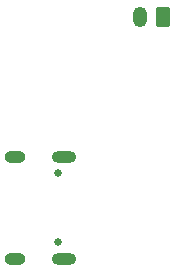
<source format=gbs>
G04 #@! TF.GenerationSoftware,KiCad,Pcbnew,8.0.4*
G04 #@! TF.CreationDate,2024-07-24T18:14:05+02:00*
G04 #@! TF.ProjectId,ESP32-C3-V3,45535033-322d-4433-932d-56332e6b6963,rev?*
G04 #@! TF.SameCoordinates,Original*
G04 #@! TF.FileFunction,Soldermask,Bot*
G04 #@! TF.FilePolarity,Negative*
%FSLAX46Y46*%
G04 Gerber Fmt 4.6, Leading zero omitted, Abs format (unit mm)*
G04 Created by KiCad (PCBNEW 8.0.4) date 2024-07-24 18:14:05*
%MOMM*%
%LPD*%
G01*
G04 APERTURE LIST*
G04 Aperture macros list*
%AMRoundRect*
0 Rectangle with rounded corners*
0 $1 Rounding radius*
0 $2 $3 $4 $5 $6 $7 $8 $9 X,Y pos of 4 corners*
0 Add a 4 corners polygon primitive as box body*
4,1,4,$2,$3,$4,$5,$6,$7,$8,$9,$2,$3,0*
0 Add four circle primitives for the rounded corners*
1,1,$1+$1,$2,$3*
1,1,$1+$1,$4,$5*
1,1,$1+$1,$6,$7*
1,1,$1+$1,$8,$9*
0 Add four rect primitives between the rounded corners*
20,1,$1+$1,$2,$3,$4,$5,0*
20,1,$1+$1,$4,$5,$6,$7,0*
20,1,$1+$1,$6,$7,$8,$9,0*
20,1,$1+$1,$8,$9,$2,$3,0*%
G04 Aperture macros list end*
%ADD10C,0.660000*%
%ADD11O,2.100000X1.000000*%
%ADD12O,1.800000X1.000000*%
%ADD13RoundRect,0.250000X0.350000X0.625000X-0.350000X0.625000X-0.350000X-0.625000X0.350000X-0.625000X0*%
%ADD14O,1.200000X1.750000*%
G04 APERTURE END LIST*
D10*
G04 #@! TO.C,U1*
X38000000Y-4520000D03*
X38000000Y-10300000D03*
D11*
X38500000Y-3090000D03*
D12*
X34320000Y-3090000D03*
D11*
X38500000Y-11730000D03*
D12*
X34320000Y-11730000D03*
G04 #@! TD*
D13*
G04 #@! TO.C,J2*
X46900000Y8750000D03*
D14*
X44900000Y8750000D03*
G04 #@! TD*
M02*

</source>
